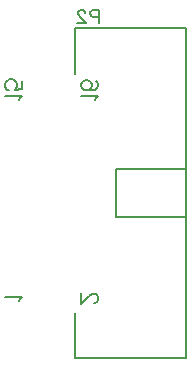
<source format=gbo>
G04 Layer: BottomSilkscreenLayer*
G04 EasyEDA v6.5.22, 2023-02-14 12:38:32*
G04 3ec02a8cd32b49f9a07c26a40bf890e6,7be1179030e74d40a97a3c751b95adb4,10*
G04 Gerber Generator version 0.2*
G04 Scale: 100 percent, Rotated: No, Reflected: No *
G04 Dimensions in millimeters *
G04 leading zeros omitted , absolute positions ,4 integer and 5 decimal *
%FSLAX45Y45*%
%MOMM*%

%ADD10C,0.1524*%
%ADD11C,0.1499*%
%ADD12C,0.2007*%

%LPD*%
D10*
X-3517900Y1525015D02*
G01*
X-3517900Y1416050D01*
X-3517900Y1525015D02*
G01*
X-3564636Y1525015D01*
X-3580129Y1519936D01*
X-3585463Y1514602D01*
X-3590544Y1504187D01*
X-3590544Y1488694D01*
X-3585463Y1478279D01*
X-3580129Y1473200D01*
X-3564636Y1467865D01*
X-3517900Y1467865D01*
X-3630168Y1499107D02*
G01*
X-3630168Y1504187D01*
X-3635247Y1514602D01*
X-3640581Y1519936D01*
X-3650995Y1525015D01*
X-3671570Y1525015D01*
X-3681984Y1519936D01*
X-3687318Y1514602D01*
X-3692397Y1504187D01*
X-3692397Y1493773D01*
X-3687318Y1483360D01*
X-3676904Y1467865D01*
X-3624834Y1416050D01*
X-3697731Y1416050D01*
D11*
X-4189729Y764539D02*
G01*
X-4182871Y778255D01*
X-4162552Y798576D01*
X-4305807Y798576D01*
X-4162552Y925576D02*
G01*
X-4162552Y857250D01*
X-4223765Y850392D01*
X-4217162Y857250D01*
X-4210304Y877823D01*
X-4210304Y898397D01*
X-4217162Y918718D01*
X-4230623Y932434D01*
X-4251197Y939292D01*
X-4264913Y939292D01*
X-4285234Y932434D01*
X-4298950Y918718D01*
X-4305807Y898397D01*
X-4305807Y877823D01*
X-4298950Y857250D01*
X-4292092Y850392D01*
X-4278376Y843787D01*
X-3547110Y764539D02*
G01*
X-3540252Y778255D01*
X-3519931Y798576D01*
X-3663187Y798576D01*
X-3540252Y925576D02*
G01*
X-3526789Y918718D01*
X-3519931Y898397D01*
X-3519931Y884681D01*
X-3526789Y864107D01*
X-3547110Y850392D01*
X-3581145Y843787D01*
X-3615436Y843787D01*
X-3642613Y850392D01*
X-3656329Y864107D01*
X-3663187Y884681D01*
X-3663187Y891539D01*
X-3656329Y911860D01*
X-3642613Y925576D01*
X-3622294Y932434D01*
X-3615436Y932434D01*
X-3594862Y925576D01*
X-3581145Y911860D01*
X-3574542Y891539D01*
X-3574542Y884681D01*
X-3581145Y864107D01*
X-3594862Y850392D01*
X-3615436Y843787D01*
X-4189729Y-939800D02*
G01*
X-4182871Y-926084D01*
X-4162552Y-905763D01*
X-4305807Y-905763D01*
X-3553968Y-958342D02*
G01*
X-3547110Y-958342D01*
X-3533394Y-951484D01*
X-3526789Y-944626D01*
X-3519931Y-931163D01*
X-3519931Y-903731D01*
X-3526789Y-890015D01*
X-3533394Y-883412D01*
X-3547110Y-876554D01*
X-3560826Y-876554D01*
X-3574542Y-883412D01*
X-3594862Y-896873D01*
X-3663187Y-965200D01*
X-3663187Y-869695D01*
D12*
X-2776220Y-230378D02*
G01*
X-3373120Y-230378D01*
X-3373120Y179578D01*
X-2776220Y179578D01*
X-2776220Y-1422400D02*
G01*
X-3721100Y-1422400D01*
X-3721100Y-1036828D01*
X-3721100Y986028D02*
G01*
X-3721100Y1371600D01*
X-2776220Y1371600D01*
X-2776220Y-1422400D01*
M02*

</source>
